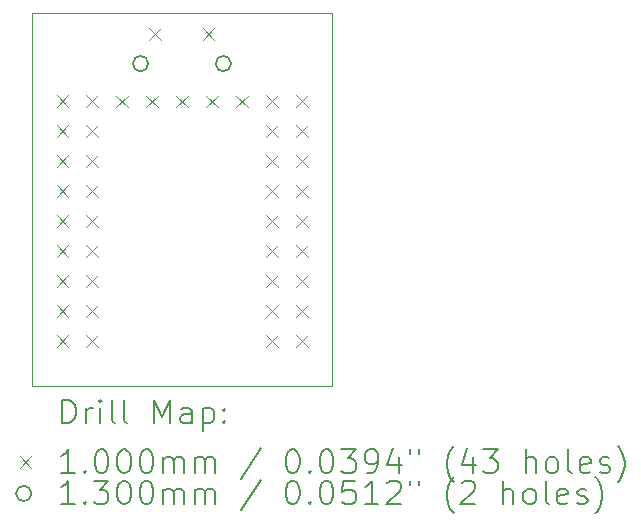
<source format=gbr>
%TF.GenerationSoftware,KiCad,Pcbnew,8.0.6*%
%TF.CreationDate,2025-12-05T01:10:33-07:00*%
%TF.ProjectId,pt_thrifty,70745f74-6872-4696-9674-792e6b696361,rev?*%
%TF.SameCoordinates,Original*%
%TF.FileFunction,Drillmap*%
%TF.FilePolarity,Positive*%
%FSLAX45Y45*%
G04 Gerber Fmt 4.5, Leading zero omitted, Abs format (unit mm)*
G04 Created by KiCad (PCBNEW 8.0.6) date 2025-12-05 01:10:33*
%MOMM*%
%LPD*%
G01*
G04 APERTURE LIST*
%ADD10C,0.050000*%
%ADD11C,0.200000*%
%ADD12C,0.100000*%
%ADD13C,0.130000*%
G04 APERTURE END LIST*
D10*
X12719050Y-6870700D02*
X15259050Y-6870700D01*
X15259050Y-10033000D01*
X12719050Y-10033000D01*
X12719050Y-6870700D01*
D11*
D12*
X12929400Y-7570000D02*
X13029400Y-7670000D01*
X13029400Y-7570000D02*
X12929400Y-7670000D01*
X12929400Y-7824000D02*
X13029400Y-7924000D01*
X13029400Y-7824000D02*
X12929400Y-7924000D01*
X12929400Y-8078000D02*
X13029400Y-8178000D01*
X13029400Y-8078000D02*
X12929400Y-8178000D01*
X12929400Y-8332000D02*
X13029400Y-8432000D01*
X13029400Y-8332000D02*
X12929400Y-8432000D01*
X12929400Y-8586000D02*
X13029400Y-8686000D01*
X13029400Y-8586000D02*
X12929400Y-8686000D01*
X12929400Y-8840000D02*
X13029400Y-8940000D01*
X13029400Y-8840000D02*
X12929400Y-8940000D01*
X12929400Y-9094000D02*
X13029400Y-9194000D01*
X13029400Y-9094000D02*
X12929400Y-9194000D01*
X12929400Y-9348000D02*
X13029400Y-9448000D01*
X13029400Y-9348000D02*
X12929400Y-9448000D01*
X12929400Y-9602000D02*
X13029400Y-9702000D01*
X13029400Y-9602000D02*
X12929400Y-9702000D01*
X13177050Y-7570000D02*
X13277050Y-7670000D01*
X13277050Y-7570000D02*
X13177050Y-7670000D01*
X13177050Y-7824000D02*
X13277050Y-7924000D01*
X13277050Y-7824000D02*
X13177050Y-7924000D01*
X13177050Y-8078000D02*
X13277050Y-8178000D01*
X13277050Y-8078000D02*
X13177050Y-8178000D01*
X13177050Y-8332000D02*
X13277050Y-8432000D01*
X13277050Y-8332000D02*
X13177050Y-8432000D01*
X13177050Y-8586000D02*
X13277050Y-8686000D01*
X13277050Y-8586000D02*
X13177050Y-8686000D01*
X13177050Y-8840000D02*
X13277050Y-8940000D01*
X13277050Y-8840000D02*
X13177050Y-8940000D01*
X13177050Y-9094000D02*
X13277050Y-9194000D01*
X13277050Y-9094000D02*
X13177050Y-9194000D01*
X13177050Y-9348000D02*
X13277050Y-9448000D01*
X13277050Y-9348000D02*
X13177050Y-9448000D01*
X13177050Y-9602000D02*
X13277050Y-9702000D01*
X13277050Y-9602000D02*
X13177050Y-9702000D01*
X13431050Y-7571000D02*
X13531050Y-7671000D01*
X13531050Y-7571000D02*
X13431050Y-7671000D01*
X13685050Y-7571000D02*
X13785050Y-7671000D01*
X13785050Y-7571000D02*
X13685050Y-7671000D01*
X13716500Y-7001040D02*
X13816500Y-7101040D01*
X13816500Y-7001040D02*
X13716500Y-7101040D01*
X13939050Y-7571000D02*
X14039050Y-7671000D01*
X14039050Y-7571000D02*
X13939050Y-7671000D01*
X14166500Y-7001040D02*
X14266500Y-7101040D01*
X14266500Y-7001040D02*
X14166500Y-7101040D01*
X14193050Y-7571000D02*
X14293050Y-7671000D01*
X14293050Y-7571000D02*
X14193050Y-7671000D01*
X14447050Y-7571000D02*
X14547050Y-7671000D01*
X14547050Y-7571000D02*
X14447050Y-7671000D01*
X14701050Y-7570000D02*
X14801050Y-7670000D01*
X14801050Y-7570000D02*
X14701050Y-7670000D01*
X14701050Y-7824000D02*
X14801050Y-7924000D01*
X14801050Y-7824000D02*
X14701050Y-7924000D01*
X14701050Y-8078000D02*
X14801050Y-8178000D01*
X14801050Y-8078000D02*
X14701050Y-8178000D01*
X14701050Y-8332000D02*
X14801050Y-8432000D01*
X14801050Y-8332000D02*
X14701050Y-8432000D01*
X14701050Y-8586000D02*
X14801050Y-8686000D01*
X14801050Y-8586000D02*
X14701050Y-8686000D01*
X14701050Y-8840000D02*
X14801050Y-8940000D01*
X14801050Y-8840000D02*
X14701050Y-8940000D01*
X14701050Y-9094000D02*
X14801050Y-9194000D01*
X14801050Y-9094000D02*
X14701050Y-9194000D01*
X14701050Y-9348000D02*
X14801050Y-9448000D01*
X14801050Y-9348000D02*
X14701050Y-9448000D01*
X14701050Y-9602000D02*
X14801050Y-9702000D01*
X14801050Y-9602000D02*
X14701050Y-9702000D01*
X14955050Y-7570000D02*
X15055050Y-7670000D01*
X15055050Y-7570000D02*
X14955050Y-7670000D01*
X14955050Y-7824000D02*
X15055050Y-7924000D01*
X15055050Y-7824000D02*
X14955050Y-7924000D01*
X14955050Y-8078000D02*
X15055050Y-8178000D01*
X15055050Y-8078000D02*
X14955050Y-8178000D01*
X14955050Y-8332000D02*
X15055050Y-8432000D01*
X15055050Y-8332000D02*
X14955050Y-8432000D01*
X14955050Y-8586000D02*
X15055050Y-8686000D01*
X15055050Y-8586000D02*
X14955050Y-8686000D01*
X14955050Y-8840000D02*
X15055050Y-8940000D01*
X15055050Y-8840000D02*
X14955050Y-8940000D01*
X14955050Y-9094000D02*
X15055050Y-9194000D01*
X15055050Y-9094000D02*
X14955050Y-9194000D01*
X14955050Y-9348000D02*
X15055050Y-9448000D01*
X15055050Y-9348000D02*
X14955050Y-9448000D01*
X14955050Y-9602000D02*
X15055050Y-9702000D01*
X15055050Y-9602000D02*
X14955050Y-9702000D01*
D13*
X13705500Y-7300040D02*
G75*
G02*
X13575500Y-7300040I-65000J0D01*
G01*
X13575500Y-7300040D02*
G75*
G02*
X13705500Y-7300040I65000J0D01*
G01*
X14406500Y-7300040D02*
G75*
G02*
X14276500Y-7300040I-65000J0D01*
G01*
X14276500Y-7300040D02*
G75*
G02*
X14406500Y-7300040I65000J0D01*
G01*
D11*
X12977327Y-10346984D02*
X12977327Y-10146984D01*
X12977327Y-10146984D02*
X13024946Y-10146984D01*
X13024946Y-10146984D02*
X13053517Y-10156508D01*
X13053517Y-10156508D02*
X13072565Y-10175555D01*
X13072565Y-10175555D02*
X13082089Y-10194603D01*
X13082089Y-10194603D02*
X13091612Y-10232698D01*
X13091612Y-10232698D02*
X13091612Y-10261270D01*
X13091612Y-10261270D02*
X13082089Y-10299365D01*
X13082089Y-10299365D02*
X13072565Y-10318412D01*
X13072565Y-10318412D02*
X13053517Y-10337460D01*
X13053517Y-10337460D02*
X13024946Y-10346984D01*
X13024946Y-10346984D02*
X12977327Y-10346984D01*
X13177327Y-10346984D02*
X13177327Y-10213650D01*
X13177327Y-10251746D02*
X13186851Y-10232698D01*
X13186851Y-10232698D02*
X13196374Y-10223174D01*
X13196374Y-10223174D02*
X13215422Y-10213650D01*
X13215422Y-10213650D02*
X13234470Y-10213650D01*
X13301136Y-10346984D02*
X13301136Y-10213650D01*
X13301136Y-10146984D02*
X13291612Y-10156508D01*
X13291612Y-10156508D02*
X13301136Y-10166031D01*
X13301136Y-10166031D02*
X13310660Y-10156508D01*
X13310660Y-10156508D02*
X13301136Y-10146984D01*
X13301136Y-10146984D02*
X13301136Y-10166031D01*
X13424946Y-10346984D02*
X13405898Y-10337460D01*
X13405898Y-10337460D02*
X13396374Y-10318412D01*
X13396374Y-10318412D02*
X13396374Y-10146984D01*
X13529708Y-10346984D02*
X13510660Y-10337460D01*
X13510660Y-10337460D02*
X13501136Y-10318412D01*
X13501136Y-10318412D02*
X13501136Y-10146984D01*
X13758279Y-10346984D02*
X13758279Y-10146984D01*
X13758279Y-10146984D02*
X13824946Y-10289841D01*
X13824946Y-10289841D02*
X13891612Y-10146984D01*
X13891612Y-10146984D02*
X13891612Y-10346984D01*
X14072565Y-10346984D02*
X14072565Y-10242222D01*
X14072565Y-10242222D02*
X14063041Y-10223174D01*
X14063041Y-10223174D02*
X14043993Y-10213650D01*
X14043993Y-10213650D02*
X14005898Y-10213650D01*
X14005898Y-10213650D02*
X13986851Y-10223174D01*
X14072565Y-10337460D02*
X14053517Y-10346984D01*
X14053517Y-10346984D02*
X14005898Y-10346984D01*
X14005898Y-10346984D02*
X13986851Y-10337460D01*
X13986851Y-10337460D02*
X13977327Y-10318412D01*
X13977327Y-10318412D02*
X13977327Y-10299365D01*
X13977327Y-10299365D02*
X13986851Y-10280317D01*
X13986851Y-10280317D02*
X14005898Y-10270793D01*
X14005898Y-10270793D02*
X14053517Y-10270793D01*
X14053517Y-10270793D02*
X14072565Y-10261270D01*
X14167803Y-10213650D02*
X14167803Y-10413650D01*
X14167803Y-10223174D02*
X14186851Y-10213650D01*
X14186851Y-10213650D02*
X14224946Y-10213650D01*
X14224946Y-10213650D02*
X14243993Y-10223174D01*
X14243993Y-10223174D02*
X14253517Y-10232698D01*
X14253517Y-10232698D02*
X14263041Y-10251746D01*
X14263041Y-10251746D02*
X14263041Y-10308889D01*
X14263041Y-10308889D02*
X14253517Y-10327936D01*
X14253517Y-10327936D02*
X14243993Y-10337460D01*
X14243993Y-10337460D02*
X14224946Y-10346984D01*
X14224946Y-10346984D02*
X14186851Y-10346984D01*
X14186851Y-10346984D02*
X14167803Y-10337460D01*
X14348755Y-10327936D02*
X14358279Y-10337460D01*
X14358279Y-10337460D02*
X14348755Y-10346984D01*
X14348755Y-10346984D02*
X14339232Y-10337460D01*
X14339232Y-10337460D02*
X14348755Y-10327936D01*
X14348755Y-10327936D02*
X14348755Y-10346984D01*
X14348755Y-10223174D02*
X14358279Y-10232698D01*
X14358279Y-10232698D02*
X14348755Y-10242222D01*
X14348755Y-10242222D02*
X14339232Y-10232698D01*
X14339232Y-10232698D02*
X14348755Y-10223174D01*
X14348755Y-10223174D02*
X14348755Y-10242222D01*
D12*
X12616550Y-10625500D02*
X12716550Y-10725500D01*
X12716550Y-10625500D02*
X12616550Y-10725500D01*
D11*
X13082089Y-10766984D02*
X12967803Y-10766984D01*
X13024946Y-10766984D02*
X13024946Y-10566984D01*
X13024946Y-10566984D02*
X13005898Y-10595555D01*
X13005898Y-10595555D02*
X12986851Y-10614603D01*
X12986851Y-10614603D02*
X12967803Y-10624127D01*
X13167803Y-10747936D02*
X13177327Y-10757460D01*
X13177327Y-10757460D02*
X13167803Y-10766984D01*
X13167803Y-10766984D02*
X13158279Y-10757460D01*
X13158279Y-10757460D02*
X13167803Y-10747936D01*
X13167803Y-10747936D02*
X13167803Y-10766984D01*
X13301136Y-10566984D02*
X13320184Y-10566984D01*
X13320184Y-10566984D02*
X13339232Y-10576508D01*
X13339232Y-10576508D02*
X13348755Y-10586031D01*
X13348755Y-10586031D02*
X13358279Y-10605079D01*
X13358279Y-10605079D02*
X13367803Y-10643174D01*
X13367803Y-10643174D02*
X13367803Y-10690793D01*
X13367803Y-10690793D02*
X13358279Y-10728889D01*
X13358279Y-10728889D02*
X13348755Y-10747936D01*
X13348755Y-10747936D02*
X13339232Y-10757460D01*
X13339232Y-10757460D02*
X13320184Y-10766984D01*
X13320184Y-10766984D02*
X13301136Y-10766984D01*
X13301136Y-10766984D02*
X13282089Y-10757460D01*
X13282089Y-10757460D02*
X13272565Y-10747936D01*
X13272565Y-10747936D02*
X13263041Y-10728889D01*
X13263041Y-10728889D02*
X13253517Y-10690793D01*
X13253517Y-10690793D02*
X13253517Y-10643174D01*
X13253517Y-10643174D02*
X13263041Y-10605079D01*
X13263041Y-10605079D02*
X13272565Y-10586031D01*
X13272565Y-10586031D02*
X13282089Y-10576508D01*
X13282089Y-10576508D02*
X13301136Y-10566984D01*
X13491612Y-10566984D02*
X13510660Y-10566984D01*
X13510660Y-10566984D02*
X13529708Y-10576508D01*
X13529708Y-10576508D02*
X13539232Y-10586031D01*
X13539232Y-10586031D02*
X13548755Y-10605079D01*
X13548755Y-10605079D02*
X13558279Y-10643174D01*
X13558279Y-10643174D02*
X13558279Y-10690793D01*
X13558279Y-10690793D02*
X13548755Y-10728889D01*
X13548755Y-10728889D02*
X13539232Y-10747936D01*
X13539232Y-10747936D02*
X13529708Y-10757460D01*
X13529708Y-10757460D02*
X13510660Y-10766984D01*
X13510660Y-10766984D02*
X13491612Y-10766984D01*
X13491612Y-10766984D02*
X13472565Y-10757460D01*
X13472565Y-10757460D02*
X13463041Y-10747936D01*
X13463041Y-10747936D02*
X13453517Y-10728889D01*
X13453517Y-10728889D02*
X13443993Y-10690793D01*
X13443993Y-10690793D02*
X13443993Y-10643174D01*
X13443993Y-10643174D02*
X13453517Y-10605079D01*
X13453517Y-10605079D02*
X13463041Y-10586031D01*
X13463041Y-10586031D02*
X13472565Y-10576508D01*
X13472565Y-10576508D02*
X13491612Y-10566984D01*
X13682089Y-10566984D02*
X13701136Y-10566984D01*
X13701136Y-10566984D02*
X13720184Y-10576508D01*
X13720184Y-10576508D02*
X13729708Y-10586031D01*
X13729708Y-10586031D02*
X13739232Y-10605079D01*
X13739232Y-10605079D02*
X13748755Y-10643174D01*
X13748755Y-10643174D02*
X13748755Y-10690793D01*
X13748755Y-10690793D02*
X13739232Y-10728889D01*
X13739232Y-10728889D02*
X13729708Y-10747936D01*
X13729708Y-10747936D02*
X13720184Y-10757460D01*
X13720184Y-10757460D02*
X13701136Y-10766984D01*
X13701136Y-10766984D02*
X13682089Y-10766984D01*
X13682089Y-10766984D02*
X13663041Y-10757460D01*
X13663041Y-10757460D02*
X13653517Y-10747936D01*
X13653517Y-10747936D02*
X13643993Y-10728889D01*
X13643993Y-10728889D02*
X13634470Y-10690793D01*
X13634470Y-10690793D02*
X13634470Y-10643174D01*
X13634470Y-10643174D02*
X13643993Y-10605079D01*
X13643993Y-10605079D02*
X13653517Y-10586031D01*
X13653517Y-10586031D02*
X13663041Y-10576508D01*
X13663041Y-10576508D02*
X13682089Y-10566984D01*
X13834470Y-10766984D02*
X13834470Y-10633650D01*
X13834470Y-10652698D02*
X13843993Y-10643174D01*
X13843993Y-10643174D02*
X13863041Y-10633650D01*
X13863041Y-10633650D02*
X13891613Y-10633650D01*
X13891613Y-10633650D02*
X13910660Y-10643174D01*
X13910660Y-10643174D02*
X13920184Y-10662222D01*
X13920184Y-10662222D02*
X13920184Y-10766984D01*
X13920184Y-10662222D02*
X13929708Y-10643174D01*
X13929708Y-10643174D02*
X13948755Y-10633650D01*
X13948755Y-10633650D02*
X13977327Y-10633650D01*
X13977327Y-10633650D02*
X13996374Y-10643174D01*
X13996374Y-10643174D02*
X14005898Y-10662222D01*
X14005898Y-10662222D02*
X14005898Y-10766984D01*
X14101136Y-10766984D02*
X14101136Y-10633650D01*
X14101136Y-10652698D02*
X14110660Y-10643174D01*
X14110660Y-10643174D02*
X14129708Y-10633650D01*
X14129708Y-10633650D02*
X14158279Y-10633650D01*
X14158279Y-10633650D02*
X14177327Y-10643174D01*
X14177327Y-10643174D02*
X14186851Y-10662222D01*
X14186851Y-10662222D02*
X14186851Y-10766984D01*
X14186851Y-10662222D02*
X14196374Y-10643174D01*
X14196374Y-10643174D02*
X14215422Y-10633650D01*
X14215422Y-10633650D02*
X14243993Y-10633650D01*
X14243993Y-10633650D02*
X14263041Y-10643174D01*
X14263041Y-10643174D02*
X14272565Y-10662222D01*
X14272565Y-10662222D02*
X14272565Y-10766984D01*
X14663041Y-10557460D02*
X14491613Y-10814603D01*
X14920184Y-10566984D02*
X14939232Y-10566984D01*
X14939232Y-10566984D02*
X14958279Y-10576508D01*
X14958279Y-10576508D02*
X14967803Y-10586031D01*
X14967803Y-10586031D02*
X14977327Y-10605079D01*
X14977327Y-10605079D02*
X14986851Y-10643174D01*
X14986851Y-10643174D02*
X14986851Y-10690793D01*
X14986851Y-10690793D02*
X14977327Y-10728889D01*
X14977327Y-10728889D02*
X14967803Y-10747936D01*
X14967803Y-10747936D02*
X14958279Y-10757460D01*
X14958279Y-10757460D02*
X14939232Y-10766984D01*
X14939232Y-10766984D02*
X14920184Y-10766984D01*
X14920184Y-10766984D02*
X14901136Y-10757460D01*
X14901136Y-10757460D02*
X14891613Y-10747936D01*
X14891613Y-10747936D02*
X14882089Y-10728889D01*
X14882089Y-10728889D02*
X14872565Y-10690793D01*
X14872565Y-10690793D02*
X14872565Y-10643174D01*
X14872565Y-10643174D02*
X14882089Y-10605079D01*
X14882089Y-10605079D02*
X14891613Y-10586031D01*
X14891613Y-10586031D02*
X14901136Y-10576508D01*
X14901136Y-10576508D02*
X14920184Y-10566984D01*
X15072565Y-10747936D02*
X15082089Y-10757460D01*
X15082089Y-10757460D02*
X15072565Y-10766984D01*
X15072565Y-10766984D02*
X15063041Y-10757460D01*
X15063041Y-10757460D02*
X15072565Y-10747936D01*
X15072565Y-10747936D02*
X15072565Y-10766984D01*
X15205898Y-10566984D02*
X15224946Y-10566984D01*
X15224946Y-10566984D02*
X15243994Y-10576508D01*
X15243994Y-10576508D02*
X15253517Y-10586031D01*
X15253517Y-10586031D02*
X15263041Y-10605079D01*
X15263041Y-10605079D02*
X15272565Y-10643174D01*
X15272565Y-10643174D02*
X15272565Y-10690793D01*
X15272565Y-10690793D02*
X15263041Y-10728889D01*
X15263041Y-10728889D02*
X15253517Y-10747936D01*
X15253517Y-10747936D02*
X15243994Y-10757460D01*
X15243994Y-10757460D02*
X15224946Y-10766984D01*
X15224946Y-10766984D02*
X15205898Y-10766984D01*
X15205898Y-10766984D02*
X15186851Y-10757460D01*
X15186851Y-10757460D02*
X15177327Y-10747936D01*
X15177327Y-10747936D02*
X15167803Y-10728889D01*
X15167803Y-10728889D02*
X15158279Y-10690793D01*
X15158279Y-10690793D02*
X15158279Y-10643174D01*
X15158279Y-10643174D02*
X15167803Y-10605079D01*
X15167803Y-10605079D02*
X15177327Y-10586031D01*
X15177327Y-10586031D02*
X15186851Y-10576508D01*
X15186851Y-10576508D02*
X15205898Y-10566984D01*
X15339232Y-10566984D02*
X15463041Y-10566984D01*
X15463041Y-10566984D02*
X15396375Y-10643174D01*
X15396375Y-10643174D02*
X15424946Y-10643174D01*
X15424946Y-10643174D02*
X15443994Y-10652698D01*
X15443994Y-10652698D02*
X15453517Y-10662222D01*
X15453517Y-10662222D02*
X15463041Y-10681270D01*
X15463041Y-10681270D02*
X15463041Y-10728889D01*
X15463041Y-10728889D02*
X15453517Y-10747936D01*
X15453517Y-10747936D02*
X15443994Y-10757460D01*
X15443994Y-10757460D02*
X15424946Y-10766984D01*
X15424946Y-10766984D02*
X15367803Y-10766984D01*
X15367803Y-10766984D02*
X15348756Y-10757460D01*
X15348756Y-10757460D02*
X15339232Y-10747936D01*
X15558279Y-10766984D02*
X15596375Y-10766984D01*
X15596375Y-10766984D02*
X15615422Y-10757460D01*
X15615422Y-10757460D02*
X15624946Y-10747936D01*
X15624946Y-10747936D02*
X15643994Y-10719365D01*
X15643994Y-10719365D02*
X15653517Y-10681270D01*
X15653517Y-10681270D02*
X15653517Y-10605079D01*
X15653517Y-10605079D02*
X15643994Y-10586031D01*
X15643994Y-10586031D02*
X15634470Y-10576508D01*
X15634470Y-10576508D02*
X15615422Y-10566984D01*
X15615422Y-10566984D02*
X15577327Y-10566984D01*
X15577327Y-10566984D02*
X15558279Y-10576508D01*
X15558279Y-10576508D02*
X15548756Y-10586031D01*
X15548756Y-10586031D02*
X15539232Y-10605079D01*
X15539232Y-10605079D02*
X15539232Y-10652698D01*
X15539232Y-10652698D02*
X15548756Y-10671746D01*
X15548756Y-10671746D02*
X15558279Y-10681270D01*
X15558279Y-10681270D02*
X15577327Y-10690793D01*
X15577327Y-10690793D02*
X15615422Y-10690793D01*
X15615422Y-10690793D02*
X15634470Y-10681270D01*
X15634470Y-10681270D02*
X15643994Y-10671746D01*
X15643994Y-10671746D02*
X15653517Y-10652698D01*
X15824946Y-10633650D02*
X15824946Y-10766984D01*
X15777327Y-10557460D02*
X15729708Y-10700317D01*
X15729708Y-10700317D02*
X15853517Y-10700317D01*
X15920184Y-10566984D02*
X15920184Y-10605079D01*
X15996375Y-10566984D02*
X15996375Y-10605079D01*
X16291613Y-10843174D02*
X16282089Y-10833650D01*
X16282089Y-10833650D02*
X16263041Y-10805079D01*
X16263041Y-10805079D02*
X16253518Y-10786031D01*
X16253518Y-10786031D02*
X16243994Y-10757460D01*
X16243994Y-10757460D02*
X16234470Y-10709841D01*
X16234470Y-10709841D02*
X16234470Y-10671746D01*
X16234470Y-10671746D02*
X16243994Y-10624127D01*
X16243994Y-10624127D02*
X16253518Y-10595555D01*
X16253518Y-10595555D02*
X16263041Y-10576508D01*
X16263041Y-10576508D02*
X16282089Y-10547936D01*
X16282089Y-10547936D02*
X16291613Y-10538412D01*
X16453518Y-10633650D02*
X16453518Y-10766984D01*
X16405898Y-10557460D02*
X16358279Y-10700317D01*
X16358279Y-10700317D02*
X16482089Y-10700317D01*
X16539232Y-10566984D02*
X16663041Y-10566984D01*
X16663041Y-10566984D02*
X16596375Y-10643174D01*
X16596375Y-10643174D02*
X16624946Y-10643174D01*
X16624946Y-10643174D02*
X16643994Y-10652698D01*
X16643994Y-10652698D02*
X16653518Y-10662222D01*
X16653518Y-10662222D02*
X16663041Y-10681270D01*
X16663041Y-10681270D02*
X16663041Y-10728889D01*
X16663041Y-10728889D02*
X16653518Y-10747936D01*
X16653518Y-10747936D02*
X16643994Y-10757460D01*
X16643994Y-10757460D02*
X16624946Y-10766984D01*
X16624946Y-10766984D02*
X16567803Y-10766984D01*
X16567803Y-10766984D02*
X16548756Y-10757460D01*
X16548756Y-10757460D02*
X16539232Y-10747936D01*
X16901137Y-10766984D02*
X16901137Y-10566984D01*
X16986851Y-10766984D02*
X16986851Y-10662222D01*
X16986851Y-10662222D02*
X16977327Y-10643174D01*
X16977327Y-10643174D02*
X16958280Y-10633650D01*
X16958280Y-10633650D02*
X16929708Y-10633650D01*
X16929708Y-10633650D02*
X16910661Y-10643174D01*
X16910661Y-10643174D02*
X16901137Y-10652698D01*
X17110661Y-10766984D02*
X17091613Y-10757460D01*
X17091613Y-10757460D02*
X17082089Y-10747936D01*
X17082089Y-10747936D02*
X17072565Y-10728889D01*
X17072565Y-10728889D02*
X17072565Y-10671746D01*
X17072565Y-10671746D02*
X17082089Y-10652698D01*
X17082089Y-10652698D02*
X17091613Y-10643174D01*
X17091613Y-10643174D02*
X17110661Y-10633650D01*
X17110661Y-10633650D02*
X17139232Y-10633650D01*
X17139232Y-10633650D02*
X17158280Y-10643174D01*
X17158280Y-10643174D02*
X17167803Y-10652698D01*
X17167803Y-10652698D02*
X17177327Y-10671746D01*
X17177327Y-10671746D02*
X17177327Y-10728889D01*
X17177327Y-10728889D02*
X17167803Y-10747936D01*
X17167803Y-10747936D02*
X17158280Y-10757460D01*
X17158280Y-10757460D02*
X17139232Y-10766984D01*
X17139232Y-10766984D02*
X17110661Y-10766984D01*
X17291613Y-10766984D02*
X17272565Y-10757460D01*
X17272565Y-10757460D02*
X17263042Y-10738412D01*
X17263042Y-10738412D02*
X17263042Y-10566984D01*
X17443994Y-10757460D02*
X17424946Y-10766984D01*
X17424946Y-10766984D02*
X17386851Y-10766984D01*
X17386851Y-10766984D02*
X17367803Y-10757460D01*
X17367803Y-10757460D02*
X17358280Y-10738412D01*
X17358280Y-10738412D02*
X17358280Y-10662222D01*
X17358280Y-10662222D02*
X17367803Y-10643174D01*
X17367803Y-10643174D02*
X17386851Y-10633650D01*
X17386851Y-10633650D02*
X17424946Y-10633650D01*
X17424946Y-10633650D02*
X17443994Y-10643174D01*
X17443994Y-10643174D02*
X17453518Y-10662222D01*
X17453518Y-10662222D02*
X17453518Y-10681270D01*
X17453518Y-10681270D02*
X17358280Y-10700317D01*
X17529708Y-10757460D02*
X17548756Y-10766984D01*
X17548756Y-10766984D02*
X17586851Y-10766984D01*
X17586851Y-10766984D02*
X17605899Y-10757460D01*
X17605899Y-10757460D02*
X17615423Y-10738412D01*
X17615423Y-10738412D02*
X17615423Y-10728889D01*
X17615423Y-10728889D02*
X17605899Y-10709841D01*
X17605899Y-10709841D02*
X17586851Y-10700317D01*
X17586851Y-10700317D02*
X17558280Y-10700317D01*
X17558280Y-10700317D02*
X17539232Y-10690793D01*
X17539232Y-10690793D02*
X17529708Y-10671746D01*
X17529708Y-10671746D02*
X17529708Y-10662222D01*
X17529708Y-10662222D02*
X17539232Y-10643174D01*
X17539232Y-10643174D02*
X17558280Y-10633650D01*
X17558280Y-10633650D02*
X17586851Y-10633650D01*
X17586851Y-10633650D02*
X17605899Y-10643174D01*
X17682089Y-10843174D02*
X17691613Y-10833650D01*
X17691613Y-10833650D02*
X17710661Y-10805079D01*
X17710661Y-10805079D02*
X17720184Y-10786031D01*
X17720184Y-10786031D02*
X17729708Y-10757460D01*
X17729708Y-10757460D02*
X17739232Y-10709841D01*
X17739232Y-10709841D02*
X17739232Y-10671746D01*
X17739232Y-10671746D02*
X17729708Y-10624127D01*
X17729708Y-10624127D02*
X17720184Y-10595555D01*
X17720184Y-10595555D02*
X17710661Y-10576508D01*
X17710661Y-10576508D02*
X17691613Y-10547936D01*
X17691613Y-10547936D02*
X17682089Y-10538412D01*
D13*
X12716550Y-10939500D02*
G75*
G02*
X12586550Y-10939500I-65000J0D01*
G01*
X12586550Y-10939500D02*
G75*
G02*
X12716550Y-10939500I65000J0D01*
G01*
D11*
X13082089Y-11030984D02*
X12967803Y-11030984D01*
X13024946Y-11030984D02*
X13024946Y-10830984D01*
X13024946Y-10830984D02*
X13005898Y-10859555D01*
X13005898Y-10859555D02*
X12986851Y-10878603D01*
X12986851Y-10878603D02*
X12967803Y-10888127D01*
X13167803Y-11011936D02*
X13177327Y-11021460D01*
X13177327Y-11021460D02*
X13167803Y-11030984D01*
X13167803Y-11030984D02*
X13158279Y-11021460D01*
X13158279Y-11021460D02*
X13167803Y-11011936D01*
X13167803Y-11011936D02*
X13167803Y-11030984D01*
X13243993Y-10830984D02*
X13367803Y-10830984D01*
X13367803Y-10830984D02*
X13301136Y-10907174D01*
X13301136Y-10907174D02*
X13329708Y-10907174D01*
X13329708Y-10907174D02*
X13348755Y-10916698D01*
X13348755Y-10916698D02*
X13358279Y-10926222D01*
X13358279Y-10926222D02*
X13367803Y-10945270D01*
X13367803Y-10945270D02*
X13367803Y-10992889D01*
X13367803Y-10992889D02*
X13358279Y-11011936D01*
X13358279Y-11011936D02*
X13348755Y-11021460D01*
X13348755Y-11021460D02*
X13329708Y-11030984D01*
X13329708Y-11030984D02*
X13272565Y-11030984D01*
X13272565Y-11030984D02*
X13253517Y-11021460D01*
X13253517Y-11021460D02*
X13243993Y-11011936D01*
X13491612Y-10830984D02*
X13510660Y-10830984D01*
X13510660Y-10830984D02*
X13529708Y-10840508D01*
X13529708Y-10840508D02*
X13539232Y-10850031D01*
X13539232Y-10850031D02*
X13548755Y-10869079D01*
X13548755Y-10869079D02*
X13558279Y-10907174D01*
X13558279Y-10907174D02*
X13558279Y-10954793D01*
X13558279Y-10954793D02*
X13548755Y-10992889D01*
X13548755Y-10992889D02*
X13539232Y-11011936D01*
X13539232Y-11011936D02*
X13529708Y-11021460D01*
X13529708Y-11021460D02*
X13510660Y-11030984D01*
X13510660Y-11030984D02*
X13491612Y-11030984D01*
X13491612Y-11030984D02*
X13472565Y-11021460D01*
X13472565Y-11021460D02*
X13463041Y-11011936D01*
X13463041Y-11011936D02*
X13453517Y-10992889D01*
X13453517Y-10992889D02*
X13443993Y-10954793D01*
X13443993Y-10954793D02*
X13443993Y-10907174D01*
X13443993Y-10907174D02*
X13453517Y-10869079D01*
X13453517Y-10869079D02*
X13463041Y-10850031D01*
X13463041Y-10850031D02*
X13472565Y-10840508D01*
X13472565Y-10840508D02*
X13491612Y-10830984D01*
X13682089Y-10830984D02*
X13701136Y-10830984D01*
X13701136Y-10830984D02*
X13720184Y-10840508D01*
X13720184Y-10840508D02*
X13729708Y-10850031D01*
X13729708Y-10850031D02*
X13739232Y-10869079D01*
X13739232Y-10869079D02*
X13748755Y-10907174D01*
X13748755Y-10907174D02*
X13748755Y-10954793D01*
X13748755Y-10954793D02*
X13739232Y-10992889D01*
X13739232Y-10992889D02*
X13729708Y-11011936D01*
X13729708Y-11011936D02*
X13720184Y-11021460D01*
X13720184Y-11021460D02*
X13701136Y-11030984D01*
X13701136Y-11030984D02*
X13682089Y-11030984D01*
X13682089Y-11030984D02*
X13663041Y-11021460D01*
X13663041Y-11021460D02*
X13653517Y-11011936D01*
X13653517Y-11011936D02*
X13643993Y-10992889D01*
X13643993Y-10992889D02*
X13634470Y-10954793D01*
X13634470Y-10954793D02*
X13634470Y-10907174D01*
X13634470Y-10907174D02*
X13643993Y-10869079D01*
X13643993Y-10869079D02*
X13653517Y-10850031D01*
X13653517Y-10850031D02*
X13663041Y-10840508D01*
X13663041Y-10840508D02*
X13682089Y-10830984D01*
X13834470Y-11030984D02*
X13834470Y-10897650D01*
X13834470Y-10916698D02*
X13843993Y-10907174D01*
X13843993Y-10907174D02*
X13863041Y-10897650D01*
X13863041Y-10897650D02*
X13891613Y-10897650D01*
X13891613Y-10897650D02*
X13910660Y-10907174D01*
X13910660Y-10907174D02*
X13920184Y-10926222D01*
X13920184Y-10926222D02*
X13920184Y-11030984D01*
X13920184Y-10926222D02*
X13929708Y-10907174D01*
X13929708Y-10907174D02*
X13948755Y-10897650D01*
X13948755Y-10897650D02*
X13977327Y-10897650D01*
X13977327Y-10897650D02*
X13996374Y-10907174D01*
X13996374Y-10907174D02*
X14005898Y-10926222D01*
X14005898Y-10926222D02*
X14005898Y-11030984D01*
X14101136Y-11030984D02*
X14101136Y-10897650D01*
X14101136Y-10916698D02*
X14110660Y-10907174D01*
X14110660Y-10907174D02*
X14129708Y-10897650D01*
X14129708Y-10897650D02*
X14158279Y-10897650D01*
X14158279Y-10897650D02*
X14177327Y-10907174D01*
X14177327Y-10907174D02*
X14186851Y-10926222D01*
X14186851Y-10926222D02*
X14186851Y-11030984D01*
X14186851Y-10926222D02*
X14196374Y-10907174D01*
X14196374Y-10907174D02*
X14215422Y-10897650D01*
X14215422Y-10897650D02*
X14243993Y-10897650D01*
X14243993Y-10897650D02*
X14263041Y-10907174D01*
X14263041Y-10907174D02*
X14272565Y-10926222D01*
X14272565Y-10926222D02*
X14272565Y-11030984D01*
X14663041Y-10821460D02*
X14491613Y-11078603D01*
X14920184Y-10830984D02*
X14939232Y-10830984D01*
X14939232Y-10830984D02*
X14958279Y-10840508D01*
X14958279Y-10840508D02*
X14967803Y-10850031D01*
X14967803Y-10850031D02*
X14977327Y-10869079D01*
X14977327Y-10869079D02*
X14986851Y-10907174D01*
X14986851Y-10907174D02*
X14986851Y-10954793D01*
X14986851Y-10954793D02*
X14977327Y-10992889D01*
X14977327Y-10992889D02*
X14967803Y-11011936D01*
X14967803Y-11011936D02*
X14958279Y-11021460D01*
X14958279Y-11021460D02*
X14939232Y-11030984D01*
X14939232Y-11030984D02*
X14920184Y-11030984D01*
X14920184Y-11030984D02*
X14901136Y-11021460D01*
X14901136Y-11021460D02*
X14891613Y-11011936D01*
X14891613Y-11011936D02*
X14882089Y-10992889D01*
X14882089Y-10992889D02*
X14872565Y-10954793D01*
X14872565Y-10954793D02*
X14872565Y-10907174D01*
X14872565Y-10907174D02*
X14882089Y-10869079D01*
X14882089Y-10869079D02*
X14891613Y-10850031D01*
X14891613Y-10850031D02*
X14901136Y-10840508D01*
X14901136Y-10840508D02*
X14920184Y-10830984D01*
X15072565Y-11011936D02*
X15082089Y-11021460D01*
X15082089Y-11021460D02*
X15072565Y-11030984D01*
X15072565Y-11030984D02*
X15063041Y-11021460D01*
X15063041Y-11021460D02*
X15072565Y-11011936D01*
X15072565Y-11011936D02*
X15072565Y-11030984D01*
X15205898Y-10830984D02*
X15224946Y-10830984D01*
X15224946Y-10830984D02*
X15243994Y-10840508D01*
X15243994Y-10840508D02*
X15253517Y-10850031D01*
X15253517Y-10850031D02*
X15263041Y-10869079D01*
X15263041Y-10869079D02*
X15272565Y-10907174D01*
X15272565Y-10907174D02*
X15272565Y-10954793D01*
X15272565Y-10954793D02*
X15263041Y-10992889D01*
X15263041Y-10992889D02*
X15253517Y-11011936D01*
X15253517Y-11011936D02*
X15243994Y-11021460D01*
X15243994Y-11021460D02*
X15224946Y-11030984D01*
X15224946Y-11030984D02*
X15205898Y-11030984D01*
X15205898Y-11030984D02*
X15186851Y-11021460D01*
X15186851Y-11021460D02*
X15177327Y-11011936D01*
X15177327Y-11011936D02*
X15167803Y-10992889D01*
X15167803Y-10992889D02*
X15158279Y-10954793D01*
X15158279Y-10954793D02*
X15158279Y-10907174D01*
X15158279Y-10907174D02*
X15167803Y-10869079D01*
X15167803Y-10869079D02*
X15177327Y-10850031D01*
X15177327Y-10850031D02*
X15186851Y-10840508D01*
X15186851Y-10840508D02*
X15205898Y-10830984D01*
X15453517Y-10830984D02*
X15358279Y-10830984D01*
X15358279Y-10830984D02*
X15348756Y-10926222D01*
X15348756Y-10926222D02*
X15358279Y-10916698D01*
X15358279Y-10916698D02*
X15377327Y-10907174D01*
X15377327Y-10907174D02*
X15424946Y-10907174D01*
X15424946Y-10907174D02*
X15443994Y-10916698D01*
X15443994Y-10916698D02*
X15453517Y-10926222D01*
X15453517Y-10926222D02*
X15463041Y-10945270D01*
X15463041Y-10945270D02*
X15463041Y-10992889D01*
X15463041Y-10992889D02*
X15453517Y-11011936D01*
X15453517Y-11011936D02*
X15443994Y-11021460D01*
X15443994Y-11021460D02*
X15424946Y-11030984D01*
X15424946Y-11030984D02*
X15377327Y-11030984D01*
X15377327Y-11030984D02*
X15358279Y-11021460D01*
X15358279Y-11021460D02*
X15348756Y-11011936D01*
X15653517Y-11030984D02*
X15539232Y-11030984D01*
X15596375Y-11030984D02*
X15596375Y-10830984D01*
X15596375Y-10830984D02*
X15577327Y-10859555D01*
X15577327Y-10859555D02*
X15558279Y-10878603D01*
X15558279Y-10878603D02*
X15539232Y-10888127D01*
X15729708Y-10850031D02*
X15739232Y-10840508D01*
X15739232Y-10840508D02*
X15758279Y-10830984D01*
X15758279Y-10830984D02*
X15805898Y-10830984D01*
X15805898Y-10830984D02*
X15824946Y-10840508D01*
X15824946Y-10840508D02*
X15834470Y-10850031D01*
X15834470Y-10850031D02*
X15843994Y-10869079D01*
X15843994Y-10869079D02*
X15843994Y-10888127D01*
X15843994Y-10888127D02*
X15834470Y-10916698D01*
X15834470Y-10916698D02*
X15720184Y-11030984D01*
X15720184Y-11030984D02*
X15843994Y-11030984D01*
X15920184Y-10830984D02*
X15920184Y-10869079D01*
X15996375Y-10830984D02*
X15996375Y-10869079D01*
X16291613Y-11107174D02*
X16282089Y-11097650D01*
X16282089Y-11097650D02*
X16263041Y-11069079D01*
X16263041Y-11069079D02*
X16253518Y-11050031D01*
X16253518Y-11050031D02*
X16243994Y-11021460D01*
X16243994Y-11021460D02*
X16234470Y-10973841D01*
X16234470Y-10973841D02*
X16234470Y-10935746D01*
X16234470Y-10935746D02*
X16243994Y-10888127D01*
X16243994Y-10888127D02*
X16253518Y-10859555D01*
X16253518Y-10859555D02*
X16263041Y-10840508D01*
X16263041Y-10840508D02*
X16282089Y-10811936D01*
X16282089Y-10811936D02*
X16291613Y-10802412D01*
X16358279Y-10850031D02*
X16367803Y-10840508D01*
X16367803Y-10840508D02*
X16386851Y-10830984D01*
X16386851Y-10830984D02*
X16434470Y-10830984D01*
X16434470Y-10830984D02*
X16453518Y-10840508D01*
X16453518Y-10840508D02*
X16463041Y-10850031D01*
X16463041Y-10850031D02*
X16472565Y-10869079D01*
X16472565Y-10869079D02*
X16472565Y-10888127D01*
X16472565Y-10888127D02*
X16463041Y-10916698D01*
X16463041Y-10916698D02*
X16348756Y-11030984D01*
X16348756Y-11030984D02*
X16472565Y-11030984D01*
X16710660Y-11030984D02*
X16710660Y-10830984D01*
X16796375Y-11030984D02*
X16796375Y-10926222D01*
X16796375Y-10926222D02*
X16786851Y-10907174D01*
X16786851Y-10907174D02*
X16767803Y-10897650D01*
X16767803Y-10897650D02*
X16739232Y-10897650D01*
X16739232Y-10897650D02*
X16720184Y-10907174D01*
X16720184Y-10907174D02*
X16710660Y-10916698D01*
X16920184Y-11030984D02*
X16901137Y-11021460D01*
X16901137Y-11021460D02*
X16891613Y-11011936D01*
X16891613Y-11011936D02*
X16882089Y-10992889D01*
X16882089Y-10992889D02*
X16882089Y-10935746D01*
X16882089Y-10935746D02*
X16891613Y-10916698D01*
X16891613Y-10916698D02*
X16901137Y-10907174D01*
X16901137Y-10907174D02*
X16920184Y-10897650D01*
X16920184Y-10897650D02*
X16948756Y-10897650D01*
X16948756Y-10897650D02*
X16967803Y-10907174D01*
X16967803Y-10907174D02*
X16977327Y-10916698D01*
X16977327Y-10916698D02*
X16986851Y-10935746D01*
X16986851Y-10935746D02*
X16986851Y-10992889D01*
X16986851Y-10992889D02*
X16977327Y-11011936D01*
X16977327Y-11011936D02*
X16967803Y-11021460D01*
X16967803Y-11021460D02*
X16948756Y-11030984D01*
X16948756Y-11030984D02*
X16920184Y-11030984D01*
X17101137Y-11030984D02*
X17082089Y-11021460D01*
X17082089Y-11021460D02*
X17072565Y-11002412D01*
X17072565Y-11002412D02*
X17072565Y-10830984D01*
X17253518Y-11021460D02*
X17234470Y-11030984D01*
X17234470Y-11030984D02*
X17196375Y-11030984D01*
X17196375Y-11030984D02*
X17177327Y-11021460D01*
X17177327Y-11021460D02*
X17167803Y-11002412D01*
X17167803Y-11002412D02*
X17167803Y-10926222D01*
X17167803Y-10926222D02*
X17177327Y-10907174D01*
X17177327Y-10907174D02*
X17196375Y-10897650D01*
X17196375Y-10897650D02*
X17234470Y-10897650D01*
X17234470Y-10897650D02*
X17253518Y-10907174D01*
X17253518Y-10907174D02*
X17263042Y-10926222D01*
X17263042Y-10926222D02*
X17263042Y-10945270D01*
X17263042Y-10945270D02*
X17167803Y-10964317D01*
X17339232Y-11021460D02*
X17358280Y-11030984D01*
X17358280Y-11030984D02*
X17396375Y-11030984D01*
X17396375Y-11030984D02*
X17415423Y-11021460D01*
X17415423Y-11021460D02*
X17424946Y-11002412D01*
X17424946Y-11002412D02*
X17424946Y-10992889D01*
X17424946Y-10992889D02*
X17415423Y-10973841D01*
X17415423Y-10973841D02*
X17396375Y-10964317D01*
X17396375Y-10964317D02*
X17367803Y-10964317D01*
X17367803Y-10964317D02*
X17348756Y-10954793D01*
X17348756Y-10954793D02*
X17339232Y-10935746D01*
X17339232Y-10935746D02*
X17339232Y-10926222D01*
X17339232Y-10926222D02*
X17348756Y-10907174D01*
X17348756Y-10907174D02*
X17367803Y-10897650D01*
X17367803Y-10897650D02*
X17396375Y-10897650D01*
X17396375Y-10897650D02*
X17415423Y-10907174D01*
X17491613Y-11107174D02*
X17501137Y-11097650D01*
X17501137Y-11097650D02*
X17520184Y-11069079D01*
X17520184Y-11069079D02*
X17529708Y-11050031D01*
X17529708Y-11050031D02*
X17539232Y-11021460D01*
X17539232Y-11021460D02*
X17548756Y-10973841D01*
X17548756Y-10973841D02*
X17548756Y-10935746D01*
X17548756Y-10935746D02*
X17539232Y-10888127D01*
X17539232Y-10888127D02*
X17529708Y-10859555D01*
X17529708Y-10859555D02*
X17520184Y-10840508D01*
X17520184Y-10840508D02*
X17501137Y-10811936D01*
X17501137Y-10811936D02*
X17491613Y-10802412D01*
M02*

</source>
